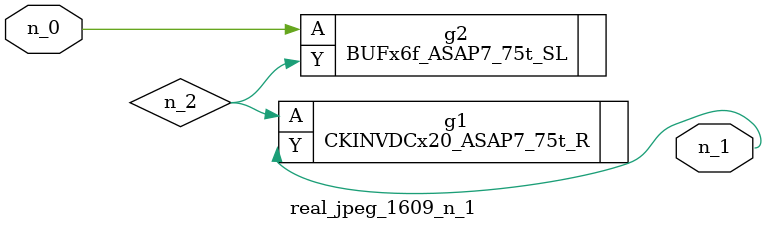
<source format=v>
module real_jpeg_1609_n_1 (n_0, n_1);

input n_0;

output n_1;

wire n_2;

BUFx6f_ASAP7_75t_SL g2 ( 
.A(n_0),
.Y(n_2)
);

CKINVDCx20_ASAP7_75t_R g1 ( 
.A(n_2),
.Y(n_1)
);


endmodule
</source>
